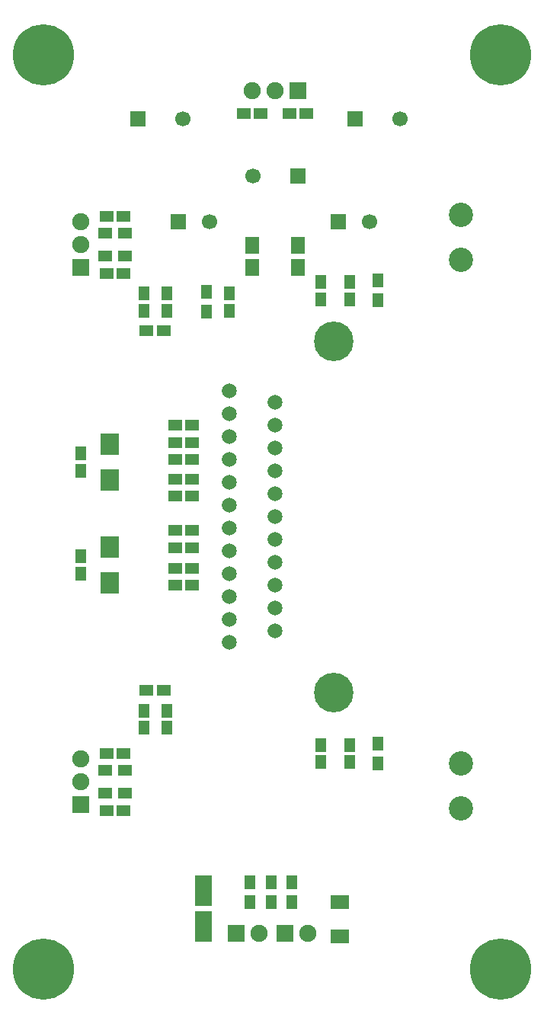
<source format=gbr>
G04 #@! TF.FileFunction,Soldermask,Top*
%FSLAX46Y46*%
G04 Gerber Fmt 4.6, Leading zero omitted, Abs format (unit mm)*
G04 Created by KiCad (PCBNEW 4.0.5) date 07/10/18 11:51:24*
%MOMM*%
%LPD*%
G01*
G04 APERTURE LIST*
%ADD10C,0.100000*%
%ADD11C,4.400000*%
%ADD12C,6.800000*%
%ADD13R,1.600000X1.150000*%
%ADD14C,1.700000*%
%ADD15R,1.700000X1.700000*%
%ADD16R,1.150000X1.600000*%
%ADD17R,1.900000X3.400000*%
%ADD18R,1.650000X1.900000*%
%ADD19R,1.600000X1.300000*%
%ADD20R,1.300000X1.600000*%
%ADD21R,2.100000X1.500000*%
%ADD22R,1.900000X1.900000*%
%ADD23C,1.900000*%
%ADD24O,1.900000X1.900000*%
%ADD25C,2.700000*%
%ADD26R,2.000000X2.400000*%
%ADD27C,1.658000*%
G04 APERTURE END LIST*
D10*
D11*
X127127000Y-60264000D03*
X127127000Y-99264000D03*
D12*
X145720000Y-28400000D03*
X94920000Y-28400000D03*
X94920000Y-130000000D03*
X145720000Y-130000000D03*
D13*
X122240000Y-34925000D03*
X124140000Y-34925000D03*
X117160000Y-34925000D03*
X119060000Y-34925000D03*
D14*
X131135000Y-46990000D03*
D15*
X127635000Y-46990000D03*
D14*
X113355000Y-46990000D03*
D15*
X109855000Y-46990000D03*
X129540000Y-35560000D03*
D14*
X134540000Y-35560000D03*
D15*
X105410000Y-35560000D03*
D14*
X110410000Y-35560000D03*
D13*
X101920000Y-106045000D03*
X103820000Y-106045000D03*
X101920000Y-46355000D03*
X103820000Y-46355000D03*
X101920000Y-112395000D03*
X103820000Y-112395000D03*
X101920000Y-52705000D03*
X103820000Y-52705000D03*
D15*
X123190000Y-41910000D03*
D14*
X118190000Y-41910000D03*
D16*
X106045000Y-101285000D03*
X106045000Y-103185000D03*
X108585000Y-101285000D03*
X108585000Y-103185000D03*
X108585000Y-56830000D03*
X108585000Y-54930000D03*
X106045000Y-56830000D03*
X106045000Y-54930000D03*
D13*
X106365000Y-99060000D03*
X108265000Y-99060000D03*
X108265000Y-59055000D03*
X106365000Y-59055000D03*
X111440000Y-87376000D03*
X109540000Y-87376000D03*
X111440000Y-69596000D03*
X109540000Y-69596000D03*
X111440000Y-85471000D03*
X109540000Y-85471000D03*
X111440000Y-73406000D03*
X109540000Y-73406000D03*
D16*
X115570000Y-56830000D03*
X115570000Y-54930000D03*
D17*
X112720000Y-125298980D03*
X112720000Y-121301020D03*
D13*
X111440000Y-71501000D03*
X109540000Y-71501000D03*
X109540000Y-81280000D03*
X111440000Y-81280000D03*
X109540000Y-77470000D03*
X111440000Y-77470000D03*
X111440000Y-75565000D03*
X109540000Y-75565000D03*
X111440000Y-83185000D03*
X109540000Y-83185000D03*
D16*
X99060000Y-84140000D03*
X99060000Y-86040000D03*
X99060000Y-74610000D03*
X99060000Y-72710000D03*
X128905000Y-105095000D03*
X128905000Y-106995000D03*
X128905000Y-55560000D03*
X128905000Y-53660000D03*
X125730000Y-106995000D03*
X125730000Y-105095000D03*
X125730000Y-55560000D03*
X125730000Y-53660000D03*
D18*
X123190000Y-49550000D03*
X123190000Y-52050000D03*
X118110000Y-49550000D03*
X118110000Y-52050000D03*
D19*
X103970000Y-107950000D03*
X101770000Y-107950000D03*
X103970000Y-110490000D03*
X101770000Y-110490000D03*
X103970000Y-48260000D03*
X101770000Y-48260000D03*
X103970000Y-50800000D03*
X101770000Y-50800000D03*
D20*
X113030000Y-56980000D03*
X113030000Y-54780000D03*
X117820000Y-122600000D03*
X117820000Y-120400000D03*
X120220000Y-122600000D03*
X120220000Y-120400000D03*
X122520000Y-122600000D03*
X122520000Y-120400000D03*
X132080000Y-104945000D03*
X132080000Y-107145000D03*
X132080000Y-53510000D03*
X132080000Y-55710000D03*
D21*
X127820000Y-126400000D03*
X127820000Y-122600000D03*
D22*
X123190000Y-32385000D03*
D23*
X120650000Y-32385000D03*
X118110000Y-32385000D03*
D22*
X99060000Y-111760000D03*
D23*
X99060000Y-109220000D03*
X99060000Y-106680000D03*
D22*
X99060000Y-52070000D03*
D23*
X99060000Y-49530000D03*
X99060000Y-46990000D03*
D22*
X116320000Y-126000000D03*
D24*
X118860000Y-126000000D03*
D22*
X121780000Y-126000000D03*
D24*
X124320000Y-126000000D03*
D25*
X141275000Y-112180000D03*
X141275000Y-107180000D03*
X141275000Y-51220000D03*
X141275000Y-46220000D03*
D26*
X102235000Y-71660000D03*
X102235000Y-75660000D03*
X102235000Y-87090000D03*
X102235000Y-83090000D03*
D27*
X115570300Y-65774800D03*
X115569900Y-68317100D03*
X115569900Y-70858700D03*
X115570300Y-73399800D03*
X115570700Y-75940800D03*
X115570300Y-78483100D03*
X115570300Y-81024700D03*
X115570700Y-83565800D03*
X115570300Y-86106600D03*
X115569900Y-88648900D03*
X115569900Y-91190500D03*
X115570300Y-93731600D03*
X120650300Y-67044800D03*
X120649900Y-69587100D03*
X120649900Y-72128700D03*
X120650300Y-74669800D03*
X120650700Y-77210800D03*
X120650300Y-79753100D03*
X120650300Y-82294700D03*
X120650700Y-84835800D03*
X120650300Y-87376600D03*
X120649900Y-89918900D03*
X120649900Y-92460500D03*
M02*

</source>
